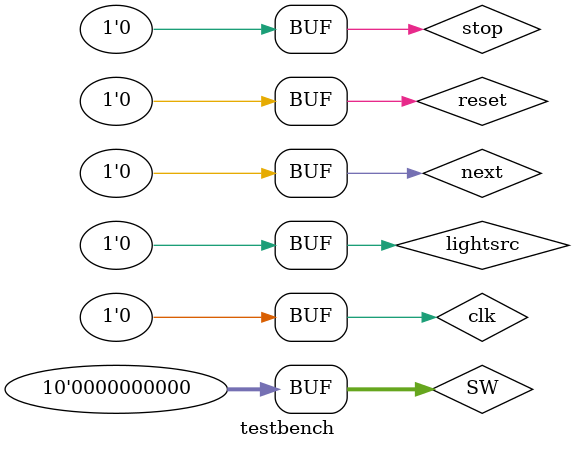
<source format=v>
`timescale 1ns / 1ps


module testbench();

    reg clk,reset;
    reg next,stop,lightsrc;
    reg [9:0] SW;
    
    wire [15:0] discu;
    wire [6:0] C;
    wire [7:0] AN;

    top dut(clk, reset,
            next, stop, lightsrc,
            SW, discu, C, AN);
    
    parameter period=5;
    
    initial begin
    reset<=1;
    #22;
    reset<=0;
    #20575;
    reset<=1;
    #10;
    reset<=0;
    end
    
    initial next<=0;
    initial stop<=0;
    initial lightsrc<=0;
    initial SW<=0;
    
    always begin
    clk<=1;
    #period;
    clk<=0;
    #period;
    end

endmodule

</source>
